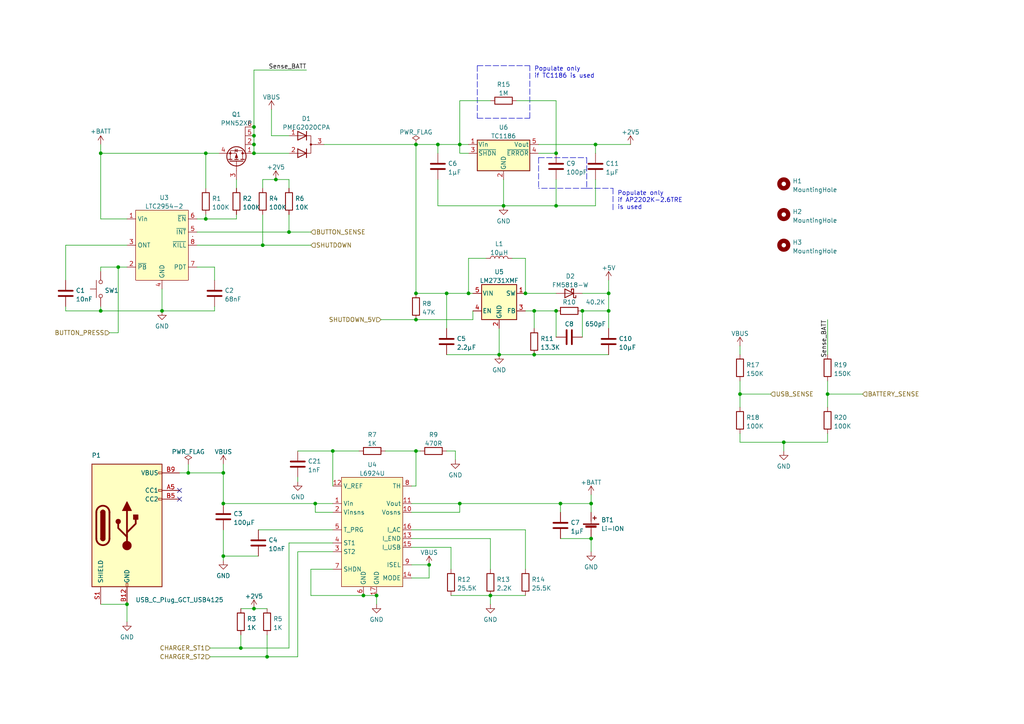
<source format=kicad_sch>
(kicad_sch (version 20211123) (generator eeschema)
  (paper "A4")
  (title_block (title "Power & Charge") (date "2022-06-08") (rev "1.1") (company "INSA - GEI"))
  (lib_symbols
    (symbol "Device:Battery_Cell" (pin_numbers hide) (pin_names (offset 0) hide)
      (property "Reference" "BT" (at 2.54 2.54 0))
      (property "Value" "Battery_Cell" (at 2.54 0 0))
      (symbol "Battery_Cell_0_1"
        (rectangle (start -2.286 1.778) (end 2.286 1.524) (fill (type outline)))
        (rectangle (start -1.5748 1.1938) (end 1.4732 0.6858) (fill (type outline)))
        (polyline (pts (xy 0 0.762) (xy 0 0)))
        (polyline (pts (xy 0 1.778) (xy 0 2.54)))
        (polyline (pts (xy 0.508 3.429) (xy 1.524 3.429)) (stroke (width 0.254)))
        (polyline (pts (xy 1.016 3.937) (xy 1.016 2.921)) (stroke (width 0.254)))
      )
      (symbol "Battery_Cell_1_1"
        (pin passive line (at 0 5.08 270) (length 2.54) (name "+") (number "1"))
        (pin passive line (at 0 -2.54 90) (length 2.54) (name "-") (number "2"))
      )
    )
    (symbol "Device:C" (pin_numbers hide) (pin_names (offset 0.254))
      (property "Reference" "C" (at 0.635 2.54 0))
      (property "Value" "C" (at 0.635 -2.54 0))
      (symbol "C_0_1"
        (polyline (pts (xy -2.032 -0.762) (xy 2.032 -0.762)) (stroke (width 0.508)))
        (polyline (pts (xy -2.032 0.762) (xy 2.032 0.762)) (stroke (width 0.508)))
      )
      (symbol "C_1_1"
        (pin passive line (at 0 3.81 270) (length 2.794) (name "~") (number "1"))
        (pin passive line (at 0 -3.81 90) (length 2.794) (name "~") (number "2"))
      )
    )
    (symbol "Device:D_Dual_CommonCathode_AAK_Parallel" (pin_names (offset 0.762) hide)
      (property "Reference" "D" (at 0 5.08 0))
      (property "Value" "D_Dual_CommonCathode_AAK_Parallel" (at 0 -5.08 0))
      (symbol "D_Dual_CommonCathode_AAK_Parallel_0_0"
        (polyline (pts (xy 0 -1.27) (xy 0 -3.81)) (stroke (width 0.254)))
        (polyline (pts (xy 0 1.27) (xy 0 3.81)) (stroke (width 0.254)))
      )
      (symbol "D_Dual_CommonCathode_AAK_Parallel_0_1"
        (polyline (pts (xy 1.27 0) (xy 2.54 0)))
        (polyline (pts (xy -2.54 -2.54) (xy 1.27 -2.54) (xy 1.27 2.54) (xy -2.54 2.54)))
        (polyline (pts (xy -2.54 -1.27) (xy 0 -2.54) (xy -2.54 -3.81) (xy -2.54 -1.27) (xy -2.54 -1.27) (xy -2.54 -1.27)) (stroke (width 0.254)))
        (polyline (pts (xy -2.54 3.81) (xy 0 2.54) (xy -2.54 1.27) (xy -2.54 3.81) (xy -2.54 3.81) (xy -2.54 3.81)) (stroke (width 0.254)))
        (circle (center 1.27 0) (radius 0.254) (fill (type outline)))
        (pin passive line (at -5.08 2.54 0) (length 2.54) (name "K") (number "1"))
        (pin passive line (at -5.08 -2.54 0) (length 2.54) (name "K") (number "2"))
        (pin passive line (at 5.08 0 180) (length 2.54) (name "A") (number "3"))
      )
    )
    (symbol "Device:D_Schottky" (pin_numbers hide) (pin_names (offset 1.016) hide)
      (property "Reference" "D" (at 0 2.54 0))
      (property "Value" "D_Schottky" (at 0 -2.54 0))
      (symbol "D_Schottky_0_1"
        (polyline (pts (xy 1.27 0) (xy -1.27 0)))
        (polyline (pts (xy 1.27 1.27) (xy 1.27 -1.27) (xy -1.27 0) (xy 1.27 1.27)) (stroke (width 0.254)))
        (polyline (pts (xy -1.905 0.635) (xy -1.905 1.27) (xy -1.27 1.27) (xy -1.27 -1.27) (xy -0.635 -1.27) (xy -0.635 -0.635)) (stroke (width 0.254)))
      )
      (symbol "D_Schottky_1_1"
        (pin passive line (at -3.81 0 0) (length 2.54) (name "K") (number "1"))
        (pin passive line (at 3.81 0 180) (length 2.54) (name "A") (number "2"))
      )
    )
    (symbol "Device:L" (pin_numbers hide) (pin_names (offset 1.016) hide)
      (property "Reference" "L" (at -1.27 0 90))
      (property "Value" "L" (at 1.905 0 90))
      (symbol "L_0_1"
        (arc (start 0 -2.54) (mid 0.635 -1.905) (end 0 -1.27))
        (arc (start 0 -1.27) (mid 0.635 -0.635) (end 0 0))
        (arc (start 0 0) (mid 0.635 0.635) (end 0 1.27))
        (arc (start 0 1.27) (mid 0.635 1.905) (end 0 2.54))
      )
      (symbol "L_1_1"
        (pin passive line (at 0 3.81 270) (length 1.27) (name "1") (number "1"))
        (pin passive line (at 0 -3.81 90) (length 1.27) (name "2") (number "2"))
      )
    )
    (symbol "Device:R" (pin_numbers hide) (pin_names (offset 0))
      (property "Reference" "R" (at 2.032 0 90))
      (property "Value" "R" (at 0 0 90))
      (symbol "R_0_1"
        (rectangle (start -1.016 -2.54) (end 1.016 2.54) (stroke (width 0.254)))
      )
      (symbol "R_1_1"
        (pin passive line (at 0 3.81 270) (length 1.27) (name "~") (number "1"))
        (pin passive line (at 0 -3.81 90) (length 1.27) (name "~") (number "2"))
      )
    )
    (symbol "Insa:L6924U"
      (property "Reference" "U" (at 0 34.29 0))
      (property "Value" "L6924U" (at 7.62 -2.54 0))
      (symbol "L6924U_0_1"
        (rectangle (start -8.89 31.75) (end 8.89 0) (stroke (width 0.1524)) (fill (type background)))
      )
      (symbol "L6924U_1_1"
        (pin power_in line (at -11.43 24.13 0) (length 2.54) (name "Vin") (number "1"))
        (pin input line (at 11.43 21.59 180) (length 2.54) (name "Vosns") (number "10"))
        (pin power_out line (at 11.43 24.13 180) (length 2.54) (name "Vout") (number "11"))
        (pin output line (at -11.43 29.21 0) (length 2.54) (name "V_REF") (number "12"))
        (pin bidirectional line (at 11.43 13.97 180) (length 2.54) (name "I_END") (number "13"))
        (pin input line (at 11.43 2.54 180) (length 2.54) (name "MODE") (number "14"))
        (pin input line (at 11.43 11.43 180) (length 2.54) (name "I_USB") (number "15"))
        (pin input line (at 11.43 16.51 180) (length 2.54) (name "I_AC") (number "16"))
        (pin power_in line (at 1.27 -2.54 90) (length 2.54) (name "GND") (number "17"))
        (pin power_in line (at -11.43 21.59 0) (length 2.54) (name "Vinsns") (number "2"))
        (pin open_collector line (at -11.43 10.16 0) (length 2.54) (name "ST2") (number "3"))
        (pin open_collector line (at -11.43 12.7 0) (length 2.54) (name "ST1") (number "4"))
        (pin passive line (at -11.43 16.51 0) (length 2.54) (name "T_PRG") (number "5"))
        (pin power_in line (at -2.54 -2.54 90) (length 2.54) (name "GND") (number "6"))
        (pin input line (at -11.43 5.08 0) (length 2.54) (name "SHDN") (number "7"))
        (pin input line (at 11.43 29.21 180) (length 2.54) (name "TH") (number "8"))
        (pin input line (at 11.43 6.35 180) (length 2.54) (name "ISEL") (number "9"))
      )
    )
    (symbol "Insa:LTC2954-2"
      (property "Reference" "U" (at -6.35 25.4 0))
      (property "Value" "LTC2954-2" (at 5.08 1.27 0))
      (symbol "LTC2954-2_0_1"
        (rectangle (start -8.89 24.13) (end 6.35 3.81) (stroke (width 0.1524)) (fill (type background)))
        (rectangle (start 7.62 16.51) (end 7.62 16.51) (stroke (width 0.1524)))
        (rectangle (start 7.62 16.51) (end 7.62 16.51) (stroke (width 0.1524)))
        (rectangle (start 7.62 16.51) (end 7.62 16.51) (stroke (width 0.1524)))
        (rectangle (start 7.62 16.51) (end 7.62 16.51) (stroke (width 0.1524)))
        (rectangle (start 7.62 16.51) (end 7.62 16.51) (stroke (width 0.1524)))
        (rectangle (start 7.62 16.51) (end 7.62 16.51) (stroke (width 0.1524)))
      )
      (symbol "LTC2954-2_1_1"
        (pin power_in line (at -11.43 21.59 0) (length 2.54) (name "Vin") (number "1"))
        (pin input line (at -11.43 7.62 0) (length 2.54) (name "~{PB}") (number "2"))
        (pin bidirectional line (at -11.43 13.97 0) (length 2.54) (name "ONT") (number "3"))
        (pin power_in line (at -1.27 1.27 90) (length 2.54) (name "GND") (number "4"))
        (pin output line (at 8.89 17.78 180) (length 2.54) (name "~{INT}") (number "5"))
        (pin input line (at 8.89 21.59 180) (length 2.54) (name "~{EN}") (number "6"))
        (pin bidirectional line (at 8.89 7.62 180) (length 2.54) (name "PDT") (number "7"))
        (pin input line (at 8.89 13.97 180) (length 2.54) (name "~{KILL}") (number "8"))
      )
    )
    (symbol "Insa:PMN52XP" (pin_names (offset 0) hide)
      (property "Reference" "Q" (at 5.08 1.27 0))
      (property "Value" "PMN52XP" (at 5.08 -1.27 0))
      (symbol "PMN52XP_0_1"
        (polyline (pts (xy 0.254 0) (xy -2.54 0)))
        (polyline (pts (xy 0.254 1.905) (xy 0.254 -1.905)) (stroke (width 0.254)))
        (polyline (pts (xy 0.762 -1.27) (xy 0.762 -2.286)) (stroke (width 0.254)))
        (polyline (pts (xy 0.762 0.508) (xy 0.762 -0.508)) (stroke (width 0.254)))
        (polyline (pts (xy 0.762 2.286) (xy 0.762 1.27)) (stroke (width 0.254)))
        (polyline (pts (xy 10.16 2.54) (xy 5.08 2.54)) (stroke (width 0.1524)))
        (polyline (pts (xy 2.54 -2.54) (xy 2.54 0) (xy 0.762 0)))
        (polyline (pts (xy 5.08 2.54) (xy 2.54 2.54) (xy 2.54 1.778)))
        (polyline (pts (xy 0.762 1.778) (xy 3.302 1.778) (xy 3.302 -1.778) (xy 0.762 -1.778)))
        (polyline (pts (xy 2.286 0) (xy 1.27 0.381) (xy 1.27 -0.381) (xy 2.286 0)) (fill (type outline)))
        (polyline (pts (xy 2.794 -0.508) (xy 2.921 -0.381) (xy 3.683 -0.381) (xy 3.81 -0.254)))
        (polyline (pts (xy 3.302 -0.381) (xy 2.921 0.254) (xy 3.683 0.254) (xy 3.302 -0.381)))
        (circle (center 1.651 0) (radius 2.794) (stroke (width 0.254)))
        (circle (center 2.54 -1.778) (radius 0.254) (fill (type outline)))
        (circle (center 2.54 1.778) (radius 0.254) (fill (type outline)))
      )
      (symbol "PMN52XP_1_1"
        (pin passive line (at 2.54 5.08 270) (length 2.54) (name "D") (number "1"))
        (pin passive line (at 5.08 5.08 270) (length 2.54) (name "D") (number "2"))
        (pin input line (at -5.08 0 0) (length 2.54) (name "G") (number "3"))
        (pin passive line (at 2.54 -5.08 90) (length 2.54) (name "S") (number "4"))
        (pin passive line (at 7.62 5.08 270) (length 2.54) (name "D") (number "5"))
        (pin passive line (at 10.16 5.08 270) (length 2.54) (name "D") (number "6"))
      )
    )
    (symbol "Insa:USB_C_Plug_GCT_USB4125" (pin_names (offset 1.016))
      (property "Reference" "P" (at -10.16 19.05 0))
      (property "Value" "USB_C_Plug_GCT_USB4125" (at 26.67 -20.32 0))
      (symbol "USB_C_Plug_GCT_USB4125_0_0"
        (rectangle (start -0.254 -17.78) (end 0.254 -16.764))
        (rectangle (start 10.16 7.874) (end 9.144 7.366))
        (rectangle (start 10.16 10.414) (end 9.144 9.906))
        (rectangle (start 10.16 15.494) (end 9.144 14.986))
      )
      (symbol "USB_C_Plug_GCT_USB4125_0_1"
        (rectangle (start -10.16 17.78) (end 10.16 -17.78) (stroke (width 0.254)) (fill (type background)))
        (arc (start -8.89 -3.81) (mid -6.985 -5.715) (end -5.08 -3.81) (stroke (width 0.508)))
        (arc (start -7.62 -3.81) (mid -6.985 -4.445) (end -6.35 -3.81) (stroke (width 0.254)))
        (arc (start -7.62 -3.81) (mid -6.985 -4.445) (end -6.35 -3.81) (stroke (width 0.254)) (fill (type outline)))
        (rectangle (start -7.62 -3.81) (end -6.35 3.81) (stroke (width 0.254)) (fill (type outline)))
        (arc (start -6.35 3.81) (mid -6.985 4.445) (end -7.62 3.81) (stroke (width 0.254)))
        (arc (start -6.35 3.81) (mid -6.985 4.445) (end -7.62 3.81) (stroke (width 0.254)) (fill (type outline)))
        (arc (start -5.08 3.81) (mid -6.985 5.715) (end -8.89 3.81) (stroke (width 0.508)))
        (circle (center -2.54 1.143) (radius 0.635) (stroke (width 0.254)) (fill (type outline)))
        (circle (center 0 -5.842) (radius 1.27) (fill (type outline)))
        (polyline (pts (xy -8.89 -3.81) (xy -8.89 3.81)) (stroke (width 0.508)))
        (polyline (pts (xy -5.08 3.81) (xy -5.08 -3.81)) (stroke (width 0.508)))
        (polyline (pts (xy 0 -5.842) (xy 0 4.318)) (stroke (width 0.508)))
        (polyline (pts (xy 0 -3.302) (xy -2.54 -0.762) (xy -2.54 0.508)) (stroke (width 0.508)))
        (polyline (pts (xy 0 -2.032) (xy 2.54 0.508) (xy 2.54 1.778)) (stroke (width 0.508)))
        (polyline (pts (xy -1.27 4.318) (xy 0 6.858) (xy 1.27 4.318) (xy -1.27 4.318)) (stroke (width 0.254)) (fill (type outline)))
        (rectangle (start 1.905 1.778) (end 3.175 3.048) (stroke (width 0.254)) (fill (type outline)))
      )
      (symbol "USB_C_Plug_GCT_USB4125_1_1"
        (pin passive line (at 0 -22.86 90) (length 5.08) hide (name "GND") (number "A12"))
        (pin bidirectional line (at 15.24 10.16 180) (length 5.08) (name "CC1") (number "A5"))
        (pin passive line (at 15.24 15.24 180) (length 5.08) hide (name "VBUS") (number "A9"))
        (pin passive line (at 0 -22.86 90) (length 5.08) (name "GND") (number "B12"))
        (pin bidirectional line (at 15.24 7.62 180) (length 5.08) (name "CC2") (number "B5"))
        (pin passive line (at 15.24 15.24 180) (length 5.08) (name "VBUS") (number "B9"))
        (pin passive line (at -7.62 -22.86 90) (length 5.08) (name "SHIELD") (number "S1"))
      )
    )
    (symbol "Mechanical:MountingHole" (pin_names (offset 1.016))
      (property "Reference" "H" (at 0 5.08 0))
      (property "Value" "MountingHole" (at 0 3.175 0))
      (symbol "MountingHole_0_1"
        (circle (center 0 0) (radius 1.27) (stroke (width 1.27)))
      )
    )
    (symbol "Regulator_Linear:TC1186" (pin_names (offset 0.254))
      (property "Reference" "U" (at -7.62 5.08 0))
      (property "Value" "TC1186" (at 7.62 5.08 0))
      (symbol "TC1186_0_1"
        (rectangle (start -7.62 3.81) (end 7.62 -5.08) (stroke (width 0.254)) (fill (type background)))
      )
      (symbol "TC1186_1_1"
        (pin power_in line (at -10.16 2.54 0) (length 2.54) (name "Vin") (number "1"))
        (pin power_in line (at 0 -7.62 90) (length 2.54) (name "GND") (number "2"))
        (pin input line (at -10.16 0 0) (length 2.54) (name "~{SHDN}") (number "3"))
        (pin open_collector line (at 10.16 0 180) (length 2.54) (name "~{ERROR}") (number "4"))
        (pin power_out line (at 10.16 2.54 180) (length 2.54) (name "Vout") (number "5"))
      )
    )
    (symbol "Regulator_Switching:LM2731XMF" (pin_names (offset 0.254))
      (property "Reference" "U" (at -5.08 6.35 0))
      (property "Value" "LM2731XMF" (at 0 6.35 0))
      (symbol "LM2731XMF_0_1"
        (rectangle (start -5.08 5.08) (end 5.08 -5.08) (stroke (width 0.254)) (fill (type background)))
      )
      (symbol "LM2731XMF_1_1"
        (pin output line (at 7.62 2.54 180) (length 2.54) (name "SW") (number "1"))
        (pin power_in line (at 0 -7.62 90) (length 2.54) (name "GND") (number "2"))
        (pin input line (at 7.62 -2.54 180) (length 2.54) (name "FB") (number "3"))
        (pin input line (at -7.62 -2.54 0) (length 2.54) (name "EN") (number "4"))
        (pin input line (at -7.62 2.54 0) (length 2.54) (name "VIN") (number "5"))
      )
    )
    (symbol "Switch:SW_Push" (pin_numbers hide) (pin_names (offset 1.016) hide)
      (property "Reference" "SW" (at 1.27 2.54 0))
      (property "Value" "SW_Push" (at 0 -1.524 0))
      (symbol "SW_Push_0_1"
        (circle (center -2.032 0) (radius 0.508))
        (polyline (pts (xy 0 1.27) (xy 0 3.048)))
        (polyline (pts (xy 2.54 1.27) (xy -2.54 1.27)))
        (circle (center 2.032 0) (radius 0.508))
        (pin passive line (at -5.08 0 0) (length 2.54) (name "1") (number "1"))
        (pin passive line (at 5.08 0 180) (length 2.54) (name "2") (number "2"))
      )
    )
    (symbol "power:+2V5" (power) (pin_names (offset 0))
      (property "Value" "+2V5" (at 0 3.556 0))
      (symbol "+2V5_0_1"
        (polyline (pts (xy -0.762 1.27) (xy 0 2.54)))
        (polyline (pts (xy 0 0) (xy 0 2.54)))
        (polyline (pts (xy 0 2.54) (xy 0.762 1.27)))
      )
      (symbol "+2V5_1_1"
        (pin power_in line (at 0 0 90) (length 0) hide (name "+2V5") (number "1"))
      )
    )
    (symbol "power:+5V" (power) (pin_names (offset 0))
      (property "Value" "+5V" (at 0 3.556 0))
      (symbol "+5V_0_1"
        (polyline (pts (xy -0.762 1.27) (xy 0 2.54)))
        (polyline (pts (xy 0 0) (xy 0 2.54)))
        (polyline (pts (xy 0 2.54) (xy 0.762 1.27)))
      )
      (symbol "+5V_1_1"
        (pin power_in line (at 0 0 90) (length 0) hide (name "+5V") (number "1"))
      )
    )
    (symbol "power:+BATT" (power) (pin_names (offset 0))
      (property "Value" "+BATT" (at 0 3.556 0))
      (symbol "+BATT_0_1"
        (polyline (pts (xy -0.762 1.27) (xy 0 2.54)))
        (polyline (pts (xy 0 0) (xy 0 2.54)))
        (polyline (pts (xy 0 2.54) (xy 0.762 1.27)))
      )
      (symbol "+BATT_1_1"
        (pin power_in line (at 0 0 90) (length 0) hide (name "+BATT") (number "1"))
      )
    )
    (symbol "power:GND" (power) (pin_names (offset 0))
      (property "Value" "GND" (at 0 -3.81 0))
      (symbol "GND_0_1"
        (polyline (pts (xy 0 0) (xy 0 -1.27) (xy 1.27 -1.27) (xy 0 -2.54) (xy -1.27 -1.27) (xy 0 -1.27)))
      )
      (symbol "GND_1_1"
        (pin power_in line (at 0 0 270) (length 0) hide (name "GND") (number "1"))
      )
    )
    (symbol "power:PWR_FLAG" (power) (pin_numbers hide) (pin_names (offset 0) hide)
      (property "Value" "PWR_FLAG" (at 0 3.81 0))
      (symbol "PWR_FLAG_0_0"
        (pin power_out line (at 0 0 90) (length 0) (name "pwr") (number "1"))
      )
      (symbol "PWR_FLAG_0_1"
        (polyline (pts (xy 0 0) (xy 0 1.27) (xy -1.016 1.905) (xy 0 2.54) (xy 1.016 1.905) (xy 0 1.27)))
      )
    )
    (symbol "power:VBUS" (power) (pin_names (offset 0))
      (property "Value" "VBUS" (at 0 3.81 0))
      (symbol "VBUS_0_1"
        (polyline (pts (xy -0.762 1.27) (xy 0 2.54)))
        (polyline (pts (xy 0 0) (xy 0 2.54)))
        (polyline (pts (xy 0 2.54) (xy 0.762 1.27)))
      )
      (symbol "VBUS_1_1"
        (pin power_in line (at 0 0 90) (length 0) hide (name "VBUS") (number "1"))
      )
    )
  )
  (junction (at 59.69 44.45))
  (junction (at 168.91 90.17))
  (junction (at 214.63 114.3))
  (junction (at 127 41.91))
  (junction (at 64.77 146.05))
  (junction (at 120.65 85.09))
  (junction (at 91.44 146.05))
  (junction (at 73.66 39.37))
  (junction (at 96.52 130.81))
  (junction (at 240.03 114.3))
  (junction (at 129.54 85.09))
  (junction (at 109.22 172.72))
  (junction (at 73.66 176.53))
  (junction (at 146.05 59.69))
  (junction (at 120.65 41.91))
  (junction (at 172.72 41.91))
  (junction (at 64.77 137.16))
  (junction (at 36.83 175.26))
  (junction (at 171.45 146.05))
  (junction (at 161.29 59.69))
  (junction (at 69.85 187.96))
  (junction (at 162.56 146.05))
  (junction (at 154.94 102.87))
  (junction (at 73.66 44.45))
  (junction (at 76.2 71.12))
  (junction (at 161.29 90.17))
  (junction (at 59.69 63.5))
  (junction (at 152.4 85.09))
  (junction (at 161.29 44.45))
  (junction (at 171.45 156.21))
  (junction (at 154.94 90.17))
  (junction (at 73.66 41.91))
  (junction (at 227.33 128.27))
  (junction (at 54.61 137.16))
  (junction (at 133.35 146.05))
  (junction (at 142.24 172.72))
  (junction (at 124.46 163.83))
  (junction (at 120.65 92.71))
  (junction (at 80.01 52.07))
  (junction (at 135.89 85.09))
  (junction (at 83.82 67.31))
  (junction (at 29.21 90.17))
  (junction (at 120.65 130.81))
  (junction (at 73.66 36.83))
  (junction (at 29.21 44.45))
  (junction (at 105.41 172.72))
  (junction (at 77.47 190.5))
  (junction (at 34.29 77.47))
  (junction (at 133.35 41.91))
  (junction (at 176.53 90.17))
  (junction (at 176.53 85.09))
  (junction (at 46.99 90.17))
  (junction (at 64.77 161.29))
  (junction (at 144.78 102.87))
  (no_connect (at 52.07 144.78))
  (no_connect (at 52.07 142.24))
  (wire (pts (xy 172.72 41.91) (xy 172.72 44.45)))
  (wire (pts (xy 59.69 44.45) (xy 59.69 54.61)))
  (wire (pts (xy 69.85 176.53) (xy 73.66 176.53)))
  (wire (pts (xy 154.94 102.87) (xy 176.53 102.87)))
  (wire (pts (xy 119.38 140.97) (xy 120.65 140.97)))
  (wire (pts (xy 161.29 59.69) (xy 172.72 59.69)))
  (wire (pts (xy 214.63 114.3) (xy 223.52 114.3)))
  (wire (pts (xy 129.54 85.09) (xy 129.54 95.25)))
  (polyline (pts (xy 153.67 34.29) (xy 153.67 19.05)))
  (wire (pts (xy 86.36 130.81) (xy 96.52 130.81)))
  (wire (pts (xy 29.21 175.26) (xy 36.83 175.26)))
  (wire (pts (xy 240.03 92.71) (xy 240.03 102.87)))
  (wire (pts (xy 156.21 41.91) (xy 172.72 41.91)))
  (wire (pts (xy 240.03 114.3) (xy 240.03 118.11)))
  (wire (pts (xy 73.66 39.37) (xy 73.66 41.91)))
  (wire (pts (xy 135.89 74.93) (xy 135.89 85.09)))
  (wire (pts (xy 46.99 90.17) (xy 46.99 83.82)))
  (wire (pts (xy 36.83 63.5) (xy 29.21 63.5)))
  (wire (pts (xy 93.98 41.91) (xy 120.65 41.91)))
  (wire (pts (xy 86.36 160.02) (xy 86.36 190.5)))
  (wire (pts (xy 29.21 63.5) (xy 29.21 44.45)))
  (wire (pts (xy 59.69 62.23) (xy 59.69 63.5)))
  (wire (pts (xy 129.54 130.81) (xy 132.08 130.81)))
  (wire (pts (xy 168.91 90.17) (xy 168.91 97.79)))
  (wire (pts (xy 69.85 187.96) (xy 83.82 187.96)))
  (wire (pts (xy 59.69 44.45) (xy 63.5 44.45)))
  (wire (pts (xy 120.65 41.91) (xy 127 41.91)))
  (wire (pts (xy 77.47 190.5) (xy 86.36 190.5)))
  (wire (pts (xy 64.77 161.29) (xy 64.77 162.56)))
  (wire (pts (xy 29.21 90.17) (xy 29.21 88.9)))
  (wire (pts (xy 96.52 130.81) (xy 104.14 130.81)))
  (wire (pts (xy 52.07 137.16) (xy 54.61 137.16)))
  (wire (pts (xy 96.52 157.48) (xy 83.82 157.48)))
  (wire (pts (xy 73.66 36.83) (xy 73.66 39.37)))
  (wire (pts (xy 74.93 153.67) (xy 96.52 153.67)))
  (wire (pts (xy 90.17 165.1) (xy 90.17 172.72)))
  (wire (pts (xy 124.46 167.64) (xy 124.46 163.83)))
  (wire (pts (xy 133.35 41.91) (xy 133.35 29.21)))
  (wire (pts (xy 154.94 90.17) (xy 161.29 90.17)))
  (wire (pts (xy 146.05 59.69) (xy 161.29 59.69)))
  (wire (pts (xy 240.03 114.3) (xy 250.19 114.3)))
  (wire (pts (xy 130.81 172.72) (xy 142.24 172.72)))
  (wire (pts (xy 176.53 81.28) (xy 176.53 85.09)))
  (polyline (pts (xy 138.43 19.05) (xy 153.67 19.05)))
  (wire (pts (xy 152.4 85.09) (xy 161.29 85.09)))
  (polyline (pts (xy 177.8 54.61) (xy 177.8 60.96)))
  (wire (pts (xy 76.2 71.12) (xy 90.17 71.12)))
  (wire (pts (xy 96.52 140.97) (xy 96.52 130.81)))
  (wire (pts (xy 109.22 172.72) (xy 109.22 175.26)))
  (wire (pts (xy 133.35 148.59) (xy 133.35 146.05)))
  (wire (pts (xy 120.65 140.97) (xy 120.65 130.81)))
  (wire (pts (xy 120.65 41.91) (xy 120.65 85.09)))
  (wire (pts (xy 176.53 85.09) (xy 176.53 90.17)))
  (wire (pts (xy 152.4 85.09) (xy 152.4 74.93)))
  (wire (pts (xy 60.96 187.96) (xy 69.85 187.96)))
  (wire (pts (xy 152.4 74.93) (xy 148.59 74.93)))
  (wire (pts (xy 73.66 20.32) (xy 88.9 20.32)))
  (wire (pts (xy 64.77 146.05) (xy 91.44 146.05)))
  (wire (pts (xy 29.21 90.17) (xy 46.99 90.17)))
  (wire (pts (xy 129.54 102.87) (xy 144.78 102.87)))
  (wire (pts (xy 120.65 130.81) (xy 121.92 130.81)))
  (wire (pts (xy 119.38 153.67) (xy 152.4 153.67)))
  (wire (pts (xy 161.29 29.21) (xy 161.29 44.45)))
  (wire (pts (xy 137.16 90.17) (xy 137.16 92.71)))
  (wire (pts (xy 29.21 44.45) (xy 29.21 41.91)))
  (wire (pts (xy 73.66 36.83) (xy 73.66 20.32)))
  (wire (pts (xy 152.4 90.17) (xy 154.94 90.17)))
  (wire (pts (xy 133.35 44.45) (xy 133.35 41.91)))
  (wire (pts (xy 176.53 90.17) (xy 176.53 95.25)))
  (wire (pts (xy 80.01 52.07) (xy 76.2 52.07)))
  (wire (pts (xy 46.99 90.17) (xy 62.23 90.17)))
  (wire (pts (xy 76.2 62.23) (xy 76.2 71.12)))
  (wire (pts (xy 29.21 90.17) (xy 19.05 90.17)))
  (wire (pts (xy 36.83 175.26) (xy 36.83 180.34)))
  (wire (pts (xy 119.38 148.59) (xy 133.35 148.59)))
  (wire (pts (xy 73.66 44.45) (xy 83.82 44.45)))
  (polyline (pts (xy 170.18 45.72) (xy 170.18 54.61)))
  (polyline (pts (xy 170.18 54.61) (xy 156.21 54.61)))
  (wire (pts (xy 19.05 71.12) (xy 36.83 71.12)))
  (wire (pts (xy 83.82 157.48) (xy 83.82 187.96)))
  (wire (pts (xy 172.72 41.91) (xy 182.88 41.91)))
  (wire (pts (xy 60.96 190.5) (xy 77.47 190.5)))
  (wire (pts (xy 76.2 52.07) (xy 76.2 54.61)))
  (wire (pts (xy 119.38 146.05) (xy 133.35 146.05)))
  (wire (pts (xy 77.47 184.15) (xy 77.47 190.5)))
  (wire (pts (xy 140.97 74.93) (xy 135.89 74.93)))
  (wire (pts (xy 227.33 128.27) (xy 240.03 128.27)))
  (polyline (pts (xy 170.18 54.61) (xy 177.8 54.61)))
  (wire (pts (xy 119.38 156.21) (xy 142.24 156.21)))
  (wire (pts (xy 64.77 137.16) (xy 64.77 146.05)))
  (wire (pts (xy 214.63 114.3) (xy 214.63 118.11)))
  (wire (pts (xy 64.77 161.29) (xy 74.93 161.29)))
  (wire (pts (xy 240.03 128.27) (xy 240.03 125.73)))
  (wire (pts (xy 96.52 160.02) (xy 86.36 160.02)))
  (wire (pts (xy 69.85 184.15) (xy 69.85 187.96)))
  (polyline (pts (xy 138.43 34.29) (xy 153.67 34.29)))
  (wire (pts (xy 19.05 90.17) (xy 19.05 88.9)))
  (wire (pts (xy 142.24 172.72) (xy 142.24 175.26)))
  (polyline (pts (xy 156.21 45.72) (xy 170.18 45.72)))
  (wire (pts (xy 127 41.91) (xy 133.35 41.91)))
  (wire (pts (xy 144.78 102.87) (xy 154.94 102.87)))
  (wire (pts (xy 68.58 63.5) (xy 68.58 62.23)))
  (wire (pts (xy 154.94 90.17) (xy 154.94 95.25)))
  (wire (pts (xy 83.82 52.07) (xy 80.01 52.07)))
  (wire (pts (xy 127 52.07) (xy 127 59.69)))
  (wire (pts (xy 57.15 63.5) (xy 59.69 63.5)))
  (wire (pts (xy 168.91 90.17) (xy 176.53 90.17)))
  (wire (pts (xy 146.05 52.07) (xy 146.05 59.69)))
  (polyline (pts (xy 138.43 19.05) (xy 138.43 34.29)))
  (wire (pts (xy 96.52 165.1) (xy 90.17 165.1)))
  (wire (pts (xy 162.56 146.05) (xy 162.56 148.59)))
  (wire (pts (xy 91.44 148.59) (xy 91.44 146.05)))
  (wire (pts (xy 64.77 134.62) (xy 64.77 137.16)))
  (wire (pts (xy 36.83 77.47) (xy 34.29 77.47)))
  (wire (pts (xy 86.36 138.43) (xy 86.36 139.7)))
  (wire (pts (xy 142.24 172.72) (xy 152.4 172.72)))
  (wire (pts (xy 135.89 85.09) (xy 129.54 85.09)))
  (wire (pts (xy 96.52 148.59) (xy 91.44 148.59)))
  (wire (pts (xy 144.78 95.25) (xy 144.78 102.87)))
  (wire (pts (xy 214.63 110.49) (xy 214.63 114.3)))
  (wire (pts (xy 57.15 77.47) (xy 62.23 77.47)))
  (wire (pts (xy 111.76 130.81) (xy 120.65 130.81)))
  (wire (pts (xy 29.21 44.45) (xy 59.69 44.45)))
  (wire (pts (xy 83.82 39.37) (xy 78.74 39.37)))
  (wire (pts (xy 90.17 172.72) (xy 105.41 172.72)))
  (wire (pts (xy 57.15 67.31) (xy 83.82 67.31)))
  (wire (pts (xy 130.81 165.1) (xy 130.81 158.75)))
  (wire (pts (xy 132.08 130.81) (xy 132.08 133.35)))
  (wire (pts (xy 34.29 77.47) (xy 34.29 96.52)))
  (wire (pts (xy 83.82 54.61) (xy 83.82 52.07)))
  (wire (pts (xy 171.45 146.05) (xy 171.45 148.59)))
  (wire (pts (xy 54.61 137.16) (xy 64.77 137.16)))
  (wire (pts (xy 171.45 160.02) (xy 171.45 156.21)))
  (wire (pts (xy 162.56 146.05) (xy 171.45 146.05)))
  (wire (pts (xy 119.38 167.64) (xy 124.46 167.64)))
  (wire (pts (xy 149.86 29.21) (xy 161.29 29.21)))
  (wire (pts (xy 62.23 77.47) (xy 62.23 81.28)))
  (wire (pts (xy 73.66 41.91) (xy 73.66 44.45)))
  (wire (pts (xy 78.74 31.75) (xy 78.74 39.37)))
  (wire (pts (xy 19.05 81.28) (xy 19.05 71.12)))
  (polyline (pts (xy 156.21 45.72) (xy 156.21 54.61)))
  (wire (pts (xy 133.35 29.21) (xy 142.24 29.21)))
  (wire (pts (xy 240.03 110.49) (xy 240.03 114.3)))
  (wire (pts (xy 171.45 143.51) (xy 171.45 146.05)))
  (wire (pts (xy 227.33 128.27) (xy 227.33 130.81)))
  (wire (pts (xy 64.77 153.67) (xy 64.77 161.29)))
  (wire (pts (xy 168.91 85.09) (xy 176.53 85.09)))
  (wire (pts (xy 59.69 63.5) (xy 68.58 63.5)))
  (wire (pts (xy 62.23 90.17) (xy 62.23 88.9)))
  (wire (pts (xy 105.41 172.72) (xy 109.22 172.72)))
  (wire (pts (xy 83.82 67.31) (xy 90.17 67.31)))
  (wire (pts (xy 214.63 128.27) (xy 227.33 128.27)))
  (wire (pts (xy 73.66 176.53) (xy 77.47 176.53)))
  (wire (pts (xy 110.49 92.71) (xy 120.65 92.71)))
  (wire (pts (xy 161.29 52.07) (xy 161.29 59.69)))
  (wire (pts (xy 91.44 146.05) (xy 96.52 146.05)))
  (wire (pts (xy 214.63 100.33) (xy 214.63 102.87)))
  (wire (pts (xy 34.29 77.47) (xy 29.21 77.47)))
  (wire (pts (xy 162.56 156.21) (xy 171.45 156.21)))
  (wire (pts (xy 133.35 146.05) (xy 162.56 146.05)))
  (wire (pts (xy 127 59.69) (xy 146.05 59.69)))
  (wire (pts (xy 142.24 156.21) (xy 142.24 165.1)))
  (wire (pts (xy 214.63 125.73) (xy 214.63 128.27)))
  (wire (pts (xy 161.29 90.17) (xy 161.29 97.79)))
  (wire (pts (xy 127 41.91) (xy 127 44.45)))
  (wire (pts (xy 137.16 85.09) (xy 135.89 85.09)))
  (wire (pts (xy 119.38 158.75) (xy 130.81 158.75)))
  (wire (pts (xy 135.89 44.45) (xy 133.35 44.45)))
  (wire (pts (xy 119.38 163.83) (xy 124.46 163.83)))
  (wire (pts (xy 172.72 59.69) (xy 172.72 52.07)))
  (wire (pts (xy 120.65 92.71) (xy 137.16 92.71)))
  (wire (pts (xy 156.21 44.45) (xy 161.29 44.45)))
  (wire (pts (xy 68.58 52.07) (xy 68.58 54.61)))
  (wire (pts (xy 83.82 62.23) (xy 83.82 67.31)))
  (wire (pts (xy 29.21 77.47) (xy 29.21 78.74)))
  (wire (pts (xy 54.61 134.62) (xy 54.61 137.16)))
  (wire (pts (xy 129.54 85.09) (xy 120.65 85.09)))
  (wire (pts (xy 133.35 41.91) (xy 135.89 41.91)))
  (wire (pts (xy 31.75 96.52) (xy 34.29 96.52)))
  (wire (pts (xy 57.15 71.12) (xy 76.2 71.12)))
  (wire (pts (xy 152.4 153.67) (xy 152.4 165.1)))
  (text "Populate only \nif AP2202K-2.6TRE\nis used\n" (at 179.07 60.96 0) (effects (font (size 1.27 1.27)) (justify left bottom)))
  (text "Populate only \nif TC1186 is used" (at 154.94 22.86 0) (effects (font (size 1.27 1.27)) (justify left bottom)))
  (label "Sense_BATT" (at 88.9 20.32 180))
  (label "Sense_BATT" (at 240.03 92.71 270))
  (hierarchical_label "BUTTON_PRESS" (shape input) (at 31.75 96.52 180))
  (hierarchical_label "SHUTDOWN_5V" (shape input) (at 110.49 92.71 180))
  (hierarchical_label "USB_SENSE" (shape input) (at 223.52 114.3 0))
  (hierarchical_label "BATTERY_SENSE" (shape input) (at 250.19 114.3 0))
  (hierarchical_label "CHARGER_ST2" (shape input) (at 60.96 190.5 180))
  (hierarchical_label "CHARGER_ST1" (shape input) (at 60.96 187.96 180))
  (hierarchical_label "BUTTON_SENSE" (shape input) (at 90.17 67.31 0))
  (hierarchical_label "SHUTDOWN" (shape input) (at 90.17 71.12 0))
  (symbol (lib_id "Device:Battery_Cell") (at 171.45 153.67 0) (unit 1)
    (property "Reference" "BT1" (at 174.371 150.8033 0) (effects (justify left)))
    (property "Value" "Li-ION" (at 174.371 153.3402 0) (effects (justify left)))
    (property "Footprint" "INSA:Battery-14500" (effects hide))
  )
  (symbol (lib_id "Regulator_Switching:LM2731XMF") (at 144.78 87.63 0) (unit 1)
    (property "Reference" "U5" (at 144.78 78.8502 0))
    (property "Value" "LM2731XMF" (at 144.78 81.3871 0))
    (property "Footprint" "Package_TO_SOT_SMD:SOT-23-5" (effects hide))
    (property "Datasheet" "http://www.ti.com/lit/ds/symlink/lm2731.pdf" (effects hide))
  )
  (symbol (lib_id "power:GND") (at 132.08 133.35 0) (unit 1)
    (property "Reference" "#PWR015" (effects hide))
    (property "Value" "GND" (at 132.08 137.7934 0))
  )
  (symbol (lib_id "Device:R") (at 125.73 130.81 90) (unit 1)
    (property "Reference" "R9" (at 125.73 126.0942 90))
    (property "Value" "470R" (at 125.73 128.6311 90))
    (property "Footprint" "Resistor_SMD:R_0805_2012Metric" (effects hide))
  )
  (symbol (lib_id "power:+BATT") (at 171.45 143.51 0) (unit 1)
    (property "Reference" "#PWR018" (effects hide))
    (property "Value" "+BATT" (at 171.45 139.9342 0))
  )
  (symbol (lib_id "Device:C") (at 64.77 149.86 0) (unit 1)
    (property "Reference" "C3" (at 67.691 149.0253 0) (effects (justify left)))
    (property "Value" "100µF" (at 67.691 151.5622 0) (effects (justify left)))
    (property "Footprint" "Capacitor_SMD:C_1210_3225Metric" (effects hide))
  )
  (symbol (lib_id "Device:C") (at 161.29 48.26 0) (unit 1)
    (property "Reference" "C9" (at 164.211 47.4253 0) (effects (justify left)))
    (property "Value" "100pF" (at 164.211 49.9622 0) (effects (justify left)))
    (property "Footprint" "Capacitor_SMD:C_0805_2012Metric" (effects hide))
  )
  (symbol (lib_id "power:GND") (at 86.36 139.7 0) (unit 1)
    (property "Reference" "#PWR01" (effects hide))
    (property "Value" "GND" (at 86.36 144.1434 0))
  )
  (symbol (lib_id "Insa:LTC2954-2") (at 48.26 85.09 0) (unit 1)
    (property "Reference" "U3" (at 47.625 57.311 0))
    (property "Value" "LTC2954-2" (at 47.625 59.8479 0))
    (property "Footprint" "Package_TO_SOT_SMD:SOT-23-8" (effects hide))
  )
  (symbol (lib_id "Device:C") (at 129.54 99.06 0) (unit 1)
    (property "Reference" "C5" (at 132.461 98.2253 0) (effects (justify left)))
    (property "Value" "2.2µF" (at 132.461 100.7622 0) (effects (justify left)))
    (property "Footprint" "Capacitor_SMD:C_0805_2012Metric" (effects hide))
  )
  (symbol (lib_id "Mechanical:MountingHole") (at 227.33 62.23 0) (unit 1)
    (property "Reference" "H2" (at 229.87 61.3953 0) (effects (justify left)))
    (property "Value" "MountingHole" (at 229.87 63.9322 0) (effects (justify left)))
    (property "Footprint" "MountingHole:MountingHole_3.2mm_M3_ISO14580" (effects hide))
  )
  (symbol (lib_id "power:GND") (at 46.99 90.17 0) (unit 1)
    (property "Reference" "#PWR07" (effects hide))
    (property "Value" "GND" (at 46.99 94.6134 0))
  )
  (symbol (lib_id "power:GND") (at 109.22 175.26 0) (unit 1)
    (property "Reference" "#PWR013" (effects hide))
    (property "Value" "GND" (at 109.22 179.7034 0))
  )
  (symbol (lib_id "Device:R") (at 142.24 168.91 0) (unit 1)
    (property "Reference" "R13" (at 144.018 168.0753 0) (effects (justify left)))
    (property "Value" "2.2K" (at 144.018 170.6122 0) (effects (justify left)))
    (property "Footprint" "Resistor_SMD:R_0805_2012Metric" (effects hide))
  )
  (symbol (lib_id "power:VBUS") (at 214.63 100.33 0) (unit 1)
    (property "Reference" "#PWR025" (effects hide))
    (property "Value" "VBUS" (at 214.63 96.7542 0))
  )
  (symbol (lib_id "Device:R") (at 69.85 180.34 0) (unit 1)
    (property "Reference" "R3" (at 71.628 179.5053 0) (effects (justify left)))
    (property "Value" "1K" (at 71.628 182.0422 0) (effects (justify left)))
    (property "Footprint" "Resistor_SMD:R_0805_2012Metric" (effects hide))
  )
  (symbol (lib_id "Device:C") (at 162.56 152.4 0) (unit 1)
    (property "Reference" "C7" (at 165.481 151.5653 0) (effects (justify left)))
    (property "Value" "1µF" (at 165.481 154.1022 0) (effects (justify left)))
    (property "Footprint" "Capacitor_SMD:C_0805_2012Metric" (effects hide))
  )
  (symbol (lib_id "Insa:USB_C_Plug_GCT_USB4125") (at 36.83 152.4 0) (unit 1)
    (property "Reference" "P1" (at 27.94 132.08 0))
    (property "Value" "USB_C_Plug_GCT_USB4125" (at 52.07 173.99 0))
    (property "Footprint" "INSA:USB_C_Receptacle_GCT_USB4125" (effects hide))
    (property "Datasheet" "https://www.usb.org/sites/default/files/documents/usb_type-c.zip" (effects hide))
  )
  (symbol (lib_id "Device:R") (at 120.65 88.9 180) (unit 1)
    (property "Reference" "R8" (at 122.428 88.0653 0) (effects (justify right)))
    (property "Value" "47K" (at 122.428 90.6022 0) (effects (justify right)))
    (property "Footprint" "Resistor_SMD:R_0805_2012Metric" (effects hide))
  )
  (symbol (lib_id "power:GND") (at 144.78 102.87 0) (unit 1)
    (property "Reference" "#PWR020" (effects hide))
    (property "Value" "GND" (at 144.78 107.3134 0))
  )
  (symbol (lib_id "Device:C") (at 86.36 134.62 0) (unit 1)
    (property "Reference" "C21" (at 89.281 133.7853 0) (effects (justify left)))
    (property "Value" "1nF" (at 89.281 136.3222 0) (effects (justify left)))
    (property "Footprint" "Capacitor_SMD:C_0805_2012Metric" (effects hide))
  )
  (symbol (lib_id "power:GND") (at 146.05 59.69 0) (unit 1)
    (property "Reference" "#PWR017" (effects hide))
    (property "Value" "GND" (at 146.05 64.1334 0))
  )
  (symbol (lib_id "Device:C") (at 74.93 157.48 0) (unit 1)
    (property "Reference" "C4" (at 77.851 156.6453 0) (effects (justify left)))
    (property "Value" "10nF" (at 77.851 159.1822 0) (effects (justify left)))
    (property "Footprint" "Capacitor_SMD:C_0805_2012Metric" (effects hide))
  )
  (symbol (lib_id "Device:R") (at 214.63 106.68 0) (unit 1)
    (property "Reference" "R17" (at 216.408 105.8453 0) (effects (justify left)))
    (property "Value" "150K" (at 216.408 108.3822 0) (effects (justify left)))
    (property "Footprint" "Resistor_SMD:R_0805_2012Metric" (effects hide))
  )
  (symbol (lib_id "Device:C") (at 172.72 48.26 0) (unit 1)
    (property "Reference" "C11" (at 175.641 47.4253 0) (effects (justify left)))
    (property "Value" "1µF" (at 175.641 49.9622 0) (effects (justify left)))
    (property "Footprint" "Capacitor_SMD:C_0805_2012Metric" (effects hide))
  )
  (symbol (lib_id "Mechanical:MountingHole") (at 227.33 53.34 0) (unit 1)
    (property "Reference" "H1" (at 229.87 52.5053 0) (effects (justify left)))
    (property "Value" "MountingHole" (at 229.87 55.0422 0) (effects (justify left)))
    (property "Footprint" "MountingHole:MountingHole_3.2mm_M3_ISO14580" (effects hide))
  )
  (symbol (lib_id "power:+BATT") (at 29.21 41.91 0) (unit 1)
    (property "Reference" "#PWR05" (effects hide))
    (property "Value" "+BATT" (at 29.21 38.1 0))
  )
  (symbol (lib_id "power:+2V5") (at 73.66 176.53 0) (unit 1)
    (property "Reference" "#PWR010" (effects hide))
    (property "Value" "+2V5" (at 73.66 172.9542 0))
  )
  (symbol (lib_id "power:+5V") (at 176.53 81.28 0) (unit 1)
    (property "Reference" "#PWR022" (effects hide))
    (property "Value" "+5V" (at 176.53 77.7042 0))
  )
  (symbol (lib_id "power:GND") (at 36.83 180.34 0) (unit 1)
    (property "Reference" "#PWR06" (effects hide))
    (property "Value" "GND" (at 36.83 184.7834 0))
  )
  (symbol (lib_id "power:VBUS") (at 124.46 163.83 0) (unit 1)
    (property "Reference" "#PWR014" (effects hide))
    (property "Value" "VBUS" (at 124.46 160.2542 0))
  )
  (symbol (lib_id "power:PWR_FLAG") (at 54.61 134.62 0) (unit 1)
    (property "Reference" "#FLG0101" (effects hide))
    (property "Value" "PWR_FLAG" (at 54.61 131.0442 0))
  )
  (symbol (lib_id "Device:R") (at 76.2 58.42 0) (unit 1)
    (property "Reference" "R4" (at 77.978 57.5853 0) (effects (justify left)))
    (property "Value" "100K" (at 77.978 60.1222 0) (effects (justify left)))
    (property "Footprint" "Resistor_SMD:R_0805_2012Metric" (effects hide))
  )
  (symbol (lib_id "Insa:PMN52XP") (at 68.58 46.99 270) (mirror x) (unit 1)
    (property "Reference" "Q1" (at 68.58 33.181 90))
    (property "Value" "PMN52XP" (at 68.58 35.7179 90))
    (property "Footprint" "Package_SO:TSOP-6_1.65x3.05mm_P0.95mm" (effects hide))
  )
  (symbol (lib_id "Switch:SW_Push") (at 29.21 83.82 90) (unit 1)
    (property "Reference" "SW1" (at 30.353 84.2553 90) (effects (justify right)))
    (property "Value" "SW_Push" (effects hide))
    (property "Footprint" "Button_Switch_SMD:Panasonic_EVQPUJ_EVQPUA" (effects hide))
  )
  (symbol (lib_id "Device:C") (at 176.53 99.06 0) (unit 1)
    (property "Reference" "C10" (at 179.451 98.2253 0) (effects (justify left)))
    (property "Value" "10µF" (at 179.451 100.7622 0) (effects (justify left)))
    (property "Footprint" "Capacitor_SMD:C_1210_3225Metric" (effects hide))
  )
  (symbol (lib_id "Device:R") (at 240.03 121.92 0) (unit 1)
    (property "Reference" "R20" (at 241.808 121.0853 0) (effects (justify left)))
    (property "Value" "100K" (at 241.808 123.6222 0) (effects (justify left)))
    (property "Footprint" "Resistor_SMD:R_0805_2012Metric" (effects hide))
  )
  (symbol (lib_id "Device:C") (at 127 48.26 0) (unit 1)
    (property "Reference" "C6" (at 129.921 47.4253 0) (effects (justify left)))
    (property "Value" "1µF" (at 129.921 49.9622 0) (effects (justify left)))
    (property "Footprint" "Capacitor_SMD:C_0805_2012Metric" (effects hide))
  )
  (symbol (lib_id "Insa:L6924U") (at 107.95 170.18 0) (unit 1)
    (property "Reference" "U4" (at 107.95 134.781 0))
    (property "Value" "L6924U" (at 107.95 137.3179 0))
    (property "Footprint" "INSA:L6924UTR" (effects hide))
  )
  (symbol (lib_id "power:GND") (at 227.33 130.81 0) (unit 1)
    (property "Reference" "#PWR026" (effects hide))
    (property "Value" "GND" (at 227.33 135.2534 0))
  )
  (symbol (lib_id "power:GND") (at 64.77 162.56 0) (unit 1)
    (property "Reference" "#PWR09" (effects hide))
    (property "Value" "GND" (at 64.77 167.0034 0))
  )
  (symbol (lib_id "Device:R") (at 214.63 121.92 0) (unit 1)
    (property "Reference" "R18" (at 216.408 121.0853 0) (effects (justify left)))
    (property "Value" "100K" (at 216.408 123.6222 0) (effects (justify left)))
    (property "Footprint" "Resistor_SMD:R_0805_2012Metric" (effects hide))
  )
  (symbol (lib_id "Device:C") (at 19.05 85.09 0) (unit 1)
    (property "Reference" "C1" (at 21.971 84.2553 0) (effects (justify left)))
    (property "Value" "10nF" (at 21.971 86.7922 0) (effects (justify left)))
    (property "Footprint" "Capacitor_SMD:C_0805_2012Metric" (effects hide))
  )
  (symbol (lib_id "Device:R") (at 77.47 180.34 0) (unit 1)
    (property "Reference" "R5" (at 79.248 179.5053 0) (effects (justify left)))
    (property "Value" "1K" (at 79.248 182.0422 0) (effects (justify left)))
    (property "Footprint" "Resistor_SMD:R_0805_2012Metric" (effects hide))
  )
  (symbol (lib_id "power:+2V5") (at 80.01 52.07 0) (unit 1)
    (property "Reference" "#PWR012" (effects hide))
    (property "Value" "+2V5" (at 80.01 48.4942 0))
  )
  (symbol (lib_id "power:PWR_FLAG") (at 120.65 41.91 0) (unit 1)
    (property "Reference" "#FLG0102" (effects hide))
    (property "Value" "PWR_FLAG" (at 120.65 38.3342 0))
  )
  (symbol (lib_id "power:VBUS") (at 78.74 31.75 0) (unit 1)
    (property "Reference" "#PWR011" (effects hide))
    (property "Value" "VBUS" (at 78.74 28.1742 0))
  )
  (symbol (lib_id "Device:R") (at 59.69 58.42 180) (unit 1)
    (property "Reference" "R1" (at 61.468 57.5853 0) (effects (justify right)))
    (property "Value" "100K" (at 61.468 60.1222 0) (effects (justify right)))
    (property "Footprint" "Resistor_SMD:R_0805_2012Metric" (effects hide))
  )
  (symbol (lib_id "Device:R") (at 107.95 130.81 90) (unit 1)
    (property "Reference" "R7" (at 107.95 126.0942 90))
    (property "Value" "1K" (at 107.95 128.6311 90))
    (property "Footprint" "Resistor_SMD:R_0805_2012Metric" (effects hide))
  )
  (symbol (lib_id "power:GND") (at 142.24 175.26 0) (unit 1)
    (property "Reference" "#PWR016" (effects hide))
    (property "Value" "GND" (at 142.24 179.7034 0))
  )
  (symbol (lib_id "Device:L") (at 144.78 74.93 90) (unit 1)
    (property "Reference" "L1" (at 144.78 70.7222 90))
    (property "Value" "10µH" (at 144.78 73.2591 90))
    (property "Footprint" "Inductor_SMD:L_Bourns_SRP7028A_7.3x6.6mm" (effects hide))
  )
  (symbol (lib_id "power:GND") (at 171.45 160.02 0) (unit 1)
    (property "Reference" "#PWR019" (effects hide))
    (property "Value" "GND" (at 171.45 164.4634 0))
  )
  (symbol (lib_id "Device:D_Dual_CommonCathode_AAK_Parallel") (at 88.9 41.91 0) (unit 1)
    (property "Reference" "D1" (at 88.8365 34.4002 0))
    (property "Value" "PMEG2020CPA" (at 88.8365 36.9371 0))
    (property "Footprint" "INSA:Nexperia_SOT-1061" (effects hide))
  )
  (symbol (lib_id "Device:C") (at 165.1 97.79 90) (unit 1)
    (property "Reference" "C8" (at 165.1 93.98 90))
    (property "Value" "650pF" (at 172.72 93.98 90))
    (property "Footprint" "Capacitor_SMD:C_0805_2012Metric" (effects hide))
  )
  (symbol (lib_id "Device:R") (at 130.81 168.91 0) (unit 1)
    (property "Reference" "R12" (at 132.588 168.0753 0) (effects (justify left)))
    (property "Value" "25.5K" (at 132.588 170.6122 0) (effects (justify left)))
    (property "Footprint" "Resistor_SMD:R_0805_2012Metric" (effects hide))
  )
  (symbol (lib_id "Device:R") (at 152.4 168.91 0) (unit 1)
    (property "Reference" "R14" (at 154.178 168.0753 0) (effects (justify left)))
    (property "Value" "25.5K" (at 154.178 170.6122 0) (effects (justify left)))
    (property "Footprint" "Resistor_SMD:R_0805_2012Metric" (effects hide))
  )
  (symbol (lib_id "Device:R") (at 165.1 90.17 270) (unit 1)
    (property "Reference" "R10" (at 165.1 87.63 90))
    (property "Value" "40.2K" (at 172.72 87.63 90))
    (property "Footprint" "Resistor_SMD:R_0805_2012Metric" (effects hide))
  )
  (symbol (lib_id "Device:R") (at 83.82 58.42 0) (unit 1)
    (property "Reference" "R6" (at 85.598 57.5853 0) (effects (justify left)))
    (property "Value" "10K" (at 85.598 60.1222 0) (effects (justify left)))
    (property "Footprint" "Resistor_SMD:R_0805_2012Metric" (effects hide))
  )
  (symbol (lib_id "Device:R") (at 240.03 106.68 0) (unit 1)
    (property "Reference" "R19" (at 241.808 105.8453 0) (effects (justify left)))
    (property "Value" "150K" (at 241.808 108.3822 0) (effects (justify left)))
    (property "Footprint" "Resistor_SMD:R_0805_2012Metric" (effects hide))
  )
  (symbol (lib_id "Device:D_Schottky") (at 165.1 85.09 180) (unit 1)
    (property "Reference" "D2" (at 165.4175 80.1202 0))
    (property "Value" "FM5818-W" (at 165.4175 82.6571 0))
    (property "Footprint" "Diode_SMD:D_SMA" (effects hide))
  )
  (symbol (lib_id "Device:R") (at 68.58 58.42 0) (unit 1)
    (property "Reference" "R2" (at 70.358 57.5853 0) (effects (justify left)))
    (property "Value" "100K" (at 70.358 60.1222 0) (effects (justify left)))
    (property "Footprint" "Resistor_SMD:R_0805_2012Metric" (effects hide))
  )
  (symbol (lib_id "Device:R") (at 154.94 99.06 180) (unit 1)
    (property "Reference" "R11" (at 156.718 98.2253 0) (effects (justify right)))
    (property "Value" "13.3K" (at 156.718 100.7622 0) (effects (justify right)))
    (property "Footprint" "Resistor_SMD:R_0805_2012Metric" (effects hide))
  )
  (symbol (lib_id "Device:R") (at 146.05 29.21 270) (unit 1)
    (property "Reference" "R15" (at 146.05 24.4942 90))
    (property "Value" "1M" (at 146.05 27.0311 90))
    (property "Footprint" "Resistor_SMD:R_0805_2012Metric" (effects hide))
  )
  (symbol (lib_id "power:VBUS") (at 64.77 134.62 0) (unit 1)
    (property "Reference" "#PWR08" (effects hide))
    (property "Value" "VBUS" (at 64.77 131.0442 0))
  )
  (symbol (lib_id "Regulator_Linear:TC1186") (at 146.05 44.45 0) (unit 1)
    (property "Reference" "U6" (at 146.05 36.9402 0))
    (property "Value" "TC1186" (at 146.05 39.4771 0))
    (property "Footprint" "Package_TO_SOT_SMD:SOT-23-5" (effects hide))
    (property "Datasheet" "http://ww1.microchip.com/downloads/en/DeviceDoc/21350E.pdf" (effects hide))
  )
  (symbol (lib_id "Mechanical:MountingHole") (at 227.33 71.12 0) (unit 1)
    (property "Reference" "H3" (at 229.87 70.2853 0) (effects (justify left)))
    (property "Value" "MountingHole" (at 229.87 72.8222 0) (effects (justify left)))
    (property "Footprint" "MountingHole:MountingHole_3.2mm_M3_ISO14580" (effects hide))
  )
  (symbol (lib_id "power:+2V5") (at 182.88 41.91 0) (unit 1)
    (property "Reference" "#PWR02" (effects hide))
    (property "Value" "+2V5" (at 182.88 38.3342 0))
  )
  (symbol (lib_id "Device:C") (at 62.23 85.09 0) (unit 1)
    (property "Reference" "C2" (at 65.151 84.2553 0) (effects (justify left)))
    (property "Value" "68nF" (at 65.151 86.7922 0) (effects (justify left)))
    (property "Footprint" "Capacitor_SMD:C_0805_2012Metric" (effects hide))
  )
)
</source>
